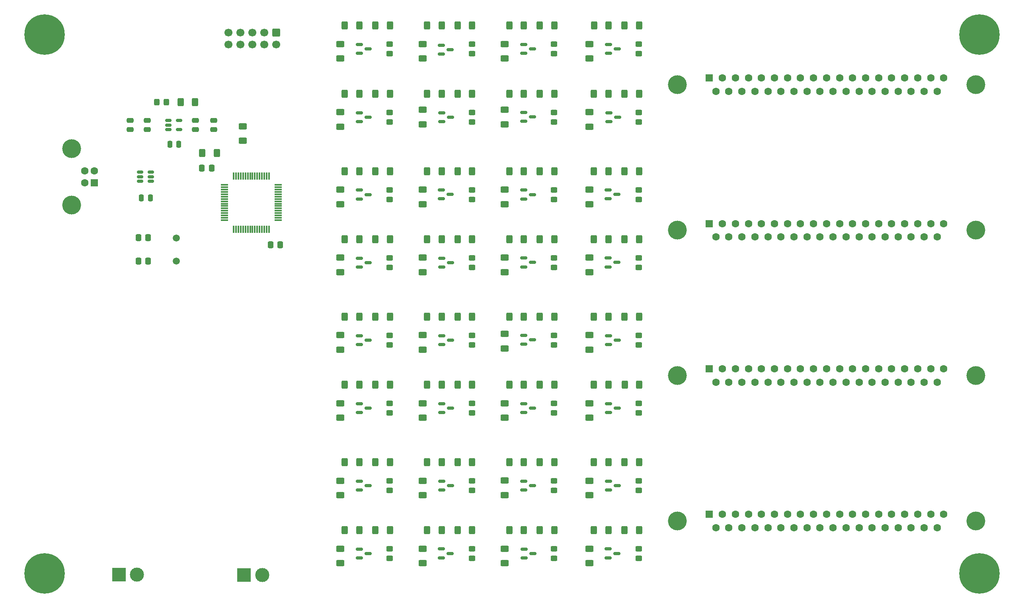
<source format=gbr>
G04 #@! TF.GenerationSoftware,KiCad,Pcbnew,8.0.1*
G04 #@! TF.CreationDate,2024-05-09T21:01:05+03:00*
G04 #@! TF.ProjectId,sensor_current_stand,73656e73-6f72-45f6-9375-7272656e745f,rev?*
G04 #@! TF.SameCoordinates,Original*
G04 #@! TF.FileFunction,Soldermask,Top*
G04 #@! TF.FilePolarity,Negative*
%FSLAX46Y46*%
G04 Gerber Fmt 4.6, Leading zero omitted, Abs format (unit mm)*
G04 Created by KiCad (PCBNEW 8.0.1) date 2024-05-09 21:01:05*
%MOMM*%
%LPD*%
G01*
G04 APERTURE LIST*
G04 Aperture macros list*
%AMRoundRect*
0 Rectangle with rounded corners*
0 $1 Rounding radius*
0 $2 $3 $4 $5 $6 $7 $8 $9 X,Y pos of 4 corners*
0 Add a 4 corners polygon primitive as box body*
4,1,4,$2,$3,$4,$5,$6,$7,$8,$9,$2,$3,0*
0 Add four circle primitives for the rounded corners*
1,1,$1+$1,$2,$3*
1,1,$1+$1,$4,$5*
1,1,$1+$1,$6,$7*
1,1,$1+$1,$8,$9*
0 Add four rect primitives between the rounded corners*
20,1,$1+$1,$2,$3,$4,$5,0*
20,1,$1+$1,$4,$5,$6,$7,0*
20,1,$1+$1,$6,$7,$8,$9,0*
20,1,$1+$1,$8,$9,$2,$3,0*%
G04 Aperture macros list end*
%ADD10RoundRect,0.250000X0.450000X-0.325000X0.450000X0.325000X-0.450000X0.325000X-0.450000X-0.325000X0*%
%ADD11RoundRect,0.250000X0.400000X0.625000X-0.400000X0.625000X-0.400000X-0.625000X0.400000X-0.625000X0*%
%ADD12RoundRect,0.250000X-0.625000X0.400000X-0.625000X-0.400000X0.625000X-0.400000X0.625000X0.400000X0*%
%ADD13C,4.000000*%
%ADD14R,1.600000X1.600000*%
%ADD15C,1.600000*%
%ADD16RoundRect,0.150000X-0.587500X-0.150000X0.587500X-0.150000X0.587500X0.150000X-0.587500X0.150000X0*%
%ADD17C,4.700000*%
%ADD18C,8.600000*%
%ADD19RoundRect,0.250000X0.250000X0.475000X-0.250000X0.475000X-0.250000X-0.475000X0.250000X-0.475000X0*%
%ADD20R,3.000000X3.000000*%
%ADD21C,3.000000*%
%ADD22RoundRect,0.250000X-0.475000X0.250000X-0.475000X-0.250000X0.475000X-0.250000X0.475000X0.250000X0*%
%ADD23RoundRect,0.250000X0.625000X-0.400000X0.625000X0.400000X-0.625000X0.400000X-0.625000X-0.400000X0*%
%ADD24RoundRect,0.075000X-0.075000X-0.700000X0.075000X-0.700000X0.075000X0.700000X-0.075000X0.700000X0*%
%ADD25RoundRect,0.075000X-0.700000X-0.075000X0.700000X-0.075000X0.700000X0.075000X-0.700000X0.075000X0*%
%ADD26RoundRect,0.250000X-0.600000X0.600000X-0.600000X-0.600000X0.600000X-0.600000X0.600000X0.600000X0*%
%ADD27C,1.700000*%
%ADD28RoundRect,0.150000X-0.512500X-0.150000X0.512500X-0.150000X0.512500X0.150000X-0.512500X0.150000X0*%
%ADD29RoundRect,0.250000X-0.400000X-0.625000X0.400000X-0.625000X0.400000X0.625000X-0.400000X0.625000X0*%
%ADD30RoundRect,0.250000X-0.337500X-0.475000X0.337500X-0.475000X0.337500X0.475000X-0.337500X0.475000X0*%
%ADD31RoundRect,0.250000X0.337500X0.475000X-0.337500X0.475000X-0.337500X-0.475000X0.337500X-0.475000X0*%
%ADD32C,1.500000*%
%ADD33RoundRect,0.250000X-0.325000X-0.450000X0.325000X-0.450000X0.325000X0.450000X-0.325000X0.450000X0*%
G04 APERTURE END LIST*
D10*
X197500000Y-117050000D03*
X197500000Y-115000000D03*
D11*
X138050000Y-127500000D03*
X134950000Y-127500000D03*
D12*
X187000000Y-83950000D03*
X187000000Y-87050000D03*
D10*
X179500000Y-86050000D03*
X179500000Y-84000000D03*
D11*
X197550000Y-127500000D03*
X194450000Y-127500000D03*
X155550000Y-65500000D03*
X152450000Y-65500000D03*
X144550000Y-34475000D03*
X141450000Y-34475000D03*
D13*
X205700000Y-140050000D03*
X269200000Y-140050000D03*
D14*
X212520000Y-138630000D03*
D15*
X215290000Y-138630000D03*
X218060000Y-138630000D03*
X220830000Y-138630000D03*
X223600000Y-138630000D03*
X226370000Y-138630000D03*
X229140000Y-138630000D03*
X231910000Y-138630000D03*
X234680000Y-138630000D03*
X237450000Y-138630000D03*
X240220000Y-138630000D03*
X242990000Y-138630000D03*
X245760000Y-138630000D03*
X248530000Y-138630000D03*
X251300000Y-138630000D03*
X254070000Y-138630000D03*
X256840000Y-138630000D03*
X259610000Y-138630000D03*
X262380000Y-138630000D03*
X213905000Y-141470000D03*
X216675000Y-141470000D03*
X219445000Y-141470000D03*
X222215000Y-141470000D03*
X224985000Y-141470000D03*
X227755000Y-141470000D03*
X230525000Y-141470000D03*
X233295000Y-141470000D03*
X236065000Y-141470000D03*
X238835000Y-141470000D03*
X241605000Y-141470000D03*
X244375000Y-141470000D03*
X247145000Y-141470000D03*
X249915000Y-141470000D03*
X252685000Y-141470000D03*
X255455000Y-141470000D03*
X258225000Y-141470000D03*
X260995000Y-141470000D03*
D16*
X173062500Y-131550000D03*
X173062500Y-133450000D03*
X174937500Y-132500000D03*
D11*
X173050000Y-111000000D03*
X169950000Y-111000000D03*
X179550000Y-142000000D03*
X176450000Y-142000000D03*
X155550000Y-80000000D03*
X152450000Y-80000000D03*
D12*
X151500000Y-145950000D03*
X151500000Y-149050000D03*
D10*
X144500000Y-86025000D03*
X144500000Y-83975000D03*
D17*
X71100000Y-151200000D03*
D18*
X71100000Y-151200000D03*
D19*
X99630000Y-59787500D03*
X97730000Y-59787500D03*
D11*
X191050000Y-96500000D03*
X187950000Y-96500000D03*
X138050000Y-34475000D03*
X134950000Y-34475000D03*
D16*
X191000000Y-146000000D03*
X191000000Y-147900000D03*
X192875000Y-146950000D03*
X155562500Y-100550000D03*
X155562500Y-102450000D03*
X157437500Y-101500000D03*
D10*
X197500000Y-40500000D03*
X197500000Y-38450000D03*
X144500000Y-71525000D03*
X144500000Y-69475000D03*
D11*
X138050000Y-49000000D03*
X134950000Y-49000000D03*
D16*
X138062500Y-115050000D03*
X138062500Y-116950000D03*
X139937500Y-116000000D03*
X191062500Y-115050000D03*
X191062500Y-116950000D03*
X192937500Y-116000000D03*
D20*
X86892500Y-151450000D03*
D21*
X90772500Y-151450000D03*
D12*
X169000000Y-145950000D03*
X169000000Y-149050000D03*
D11*
X144550000Y-127500000D03*
X141450000Y-127500000D03*
D16*
X155500000Y-69500000D03*
X155500000Y-71400000D03*
X157375000Y-70450000D03*
X138062500Y-53050000D03*
X138062500Y-54950000D03*
X139937500Y-54000000D03*
D12*
X134000000Y-69450000D03*
X134000000Y-72550000D03*
D22*
X107080000Y-54737500D03*
X107080000Y-56637500D03*
D11*
X173050000Y-34475000D03*
X169950000Y-34475000D03*
D10*
X179500000Y-102525000D03*
X179500000Y-100475000D03*
X179500000Y-148025000D03*
X179500000Y-145975000D03*
D11*
X107750000Y-61600000D03*
X104650000Y-61600000D03*
X144550000Y-80000000D03*
X141450000Y-80000000D03*
D13*
X205700000Y-78100000D03*
X269200000Y-78100000D03*
D14*
X212520000Y-76680000D03*
D15*
X215290000Y-76680000D03*
X218060000Y-76680000D03*
X220830000Y-76680000D03*
X223600000Y-76680000D03*
X226370000Y-76680000D03*
X229140000Y-76680000D03*
X231910000Y-76680000D03*
X234680000Y-76680000D03*
X237450000Y-76680000D03*
X240220000Y-76680000D03*
X242990000Y-76680000D03*
X245760000Y-76680000D03*
X248530000Y-76680000D03*
X251300000Y-76680000D03*
X254070000Y-76680000D03*
X256840000Y-76680000D03*
X259610000Y-76680000D03*
X262380000Y-76680000D03*
X213905000Y-79520000D03*
X216675000Y-79520000D03*
X219445000Y-79520000D03*
X222215000Y-79520000D03*
X224985000Y-79520000D03*
X227755000Y-79520000D03*
X230525000Y-79520000D03*
X233295000Y-79520000D03*
X236065000Y-79520000D03*
X238835000Y-79520000D03*
X241605000Y-79520000D03*
X244375000Y-79520000D03*
X247145000Y-79520000D03*
X249915000Y-79520000D03*
X252685000Y-79520000D03*
X255455000Y-79520000D03*
X258225000Y-79520000D03*
X260995000Y-79520000D03*
D11*
X191050000Y-49000000D03*
X187950000Y-49000000D03*
D16*
X155562500Y-131550000D03*
X155562500Y-133450000D03*
X157437500Y-132500000D03*
D12*
X169000000Y-114950000D03*
X169000000Y-118050000D03*
D11*
X191100000Y-34475000D03*
X188000000Y-34475000D03*
D10*
X197500000Y-86025000D03*
X197500000Y-83975000D03*
D12*
X151500000Y-100450000D03*
X151500000Y-103550000D03*
D10*
X179500000Y-117025000D03*
X179500000Y-114975000D03*
D16*
X155532500Y-38700000D03*
X155532500Y-40600000D03*
X157407500Y-39650000D03*
D10*
X179500000Y-55025000D03*
X179500000Y-52975000D03*
D11*
X197550000Y-142000000D03*
X194450000Y-142000000D03*
D16*
X155562500Y-53050000D03*
X155562500Y-54950000D03*
X157437500Y-54000000D03*
D11*
X197550000Y-65500000D03*
X194450000Y-65500000D03*
D10*
X144475000Y-55025000D03*
X144475000Y-52975000D03*
D12*
X151500000Y-69450000D03*
X151500000Y-72550000D03*
X151500000Y-52450000D03*
X151500000Y-55550000D03*
D11*
X144550000Y-96500000D03*
X141450000Y-96500000D03*
X155550000Y-49000000D03*
X152450000Y-49000000D03*
X155550000Y-34475000D03*
X152450000Y-34475000D03*
X179550000Y-65500000D03*
X176450000Y-65500000D03*
D10*
X197500000Y-71525000D03*
X197500000Y-69475000D03*
X162000000Y-71525000D03*
X162000000Y-69475000D03*
D12*
X151500000Y-38425000D03*
X151500000Y-41525000D03*
D16*
X155500000Y-146000000D03*
X155500000Y-147900000D03*
X157375000Y-146950000D03*
D11*
X173050000Y-65500000D03*
X169950000Y-65500000D03*
D12*
X134000000Y-38425000D03*
X134000000Y-41525000D03*
D14*
X81687500Y-67950000D03*
D15*
X81687500Y-65450000D03*
X79687500Y-65450000D03*
X79687500Y-67950000D03*
D13*
X76827500Y-72700000D03*
X76827500Y-60700000D03*
D12*
X169000000Y-83950000D03*
X169000000Y-87050000D03*
D23*
X113300000Y-59050000D03*
X113300000Y-55950000D03*
D16*
X191000000Y-69500000D03*
X191000000Y-71400000D03*
X192875000Y-70450000D03*
D12*
X187000000Y-145950000D03*
X187000000Y-149050000D03*
D16*
X138062500Y-69550000D03*
X138062500Y-71450000D03*
X139937500Y-70500000D03*
D24*
X111330000Y-66512500D03*
X111830000Y-66512500D03*
X112330000Y-66512500D03*
X112830000Y-66512500D03*
X113330000Y-66512500D03*
X113830000Y-66512500D03*
X114330000Y-66512500D03*
X114830000Y-66512500D03*
X115330000Y-66512500D03*
X115830000Y-66512500D03*
X116330000Y-66512500D03*
X116830000Y-66512500D03*
X117330000Y-66512500D03*
X117830000Y-66512500D03*
X118330000Y-66512500D03*
X118830000Y-66512500D03*
D25*
X120755000Y-68437500D03*
X120755000Y-68937500D03*
X120755000Y-69437500D03*
X120755000Y-69937500D03*
X120755000Y-70437500D03*
X120755000Y-70937500D03*
X120755000Y-71437500D03*
X120755000Y-71937500D03*
X120755000Y-72437500D03*
X120755000Y-72937500D03*
X120755000Y-73437500D03*
X120755000Y-73937500D03*
X120755000Y-74437500D03*
X120755000Y-74937500D03*
X120755000Y-75437500D03*
X120755000Y-75937500D03*
D24*
X118830000Y-77862500D03*
X118330000Y-77862500D03*
X117830000Y-77862500D03*
X117330000Y-77862500D03*
X116830000Y-77862500D03*
X116330000Y-77862500D03*
X115830000Y-77862500D03*
X115330000Y-77862500D03*
X114830000Y-77862500D03*
X114330000Y-77862500D03*
X113830000Y-77862500D03*
X113330000Y-77862500D03*
X112830000Y-77862500D03*
X112330000Y-77862500D03*
X111830000Y-77862500D03*
X111330000Y-77862500D03*
D25*
X109405000Y-75937500D03*
X109405000Y-75437500D03*
X109405000Y-74937500D03*
X109405000Y-74437500D03*
X109405000Y-73937500D03*
X109405000Y-73437500D03*
X109405000Y-72937500D03*
X109405000Y-72437500D03*
X109405000Y-71937500D03*
X109405000Y-71437500D03*
X109405000Y-70937500D03*
X109405000Y-70437500D03*
X109405000Y-69937500D03*
X109405000Y-69437500D03*
X109405000Y-68937500D03*
X109405000Y-68437500D03*
D11*
X173050000Y-49000000D03*
X169950000Y-49000000D03*
X197550000Y-96500000D03*
X194450000Y-96500000D03*
D10*
X162000000Y-86050000D03*
X162000000Y-84000000D03*
D12*
X151500000Y-114950000D03*
X151500000Y-118050000D03*
D11*
X179550000Y-127500000D03*
X176450000Y-127500000D03*
D10*
X179500000Y-71525000D03*
X179500000Y-69475000D03*
D13*
X205700000Y-109050000D03*
X269200000Y-109050000D03*
D14*
X212520000Y-107630000D03*
D15*
X215290000Y-107630000D03*
X218060000Y-107630000D03*
X220830000Y-107630000D03*
X223600000Y-107630000D03*
X226370000Y-107630000D03*
X229140000Y-107630000D03*
X231910000Y-107630000D03*
X234680000Y-107630000D03*
X237450000Y-107630000D03*
X240220000Y-107630000D03*
X242990000Y-107630000D03*
X245760000Y-107630000D03*
X248530000Y-107630000D03*
X251300000Y-107630000D03*
X254070000Y-107630000D03*
X256840000Y-107630000D03*
X259610000Y-107630000D03*
X262380000Y-107630000D03*
X213905000Y-110470000D03*
X216675000Y-110470000D03*
X219445000Y-110470000D03*
X222215000Y-110470000D03*
X224985000Y-110470000D03*
X227755000Y-110470000D03*
X230525000Y-110470000D03*
X233295000Y-110470000D03*
X236065000Y-110470000D03*
X238835000Y-110470000D03*
X241605000Y-110470000D03*
X244375000Y-110470000D03*
X247145000Y-110470000D03*
X249915000Y-110470000D03*
X252685000Y-110470000D03*
X255455000Y-110470000D03*
X258225000Y-110470000D03*
X260995000Y-110470000D03*
D12*
X169000000Y-131400000D03*
X169000000Y-134500000D03*
D10*
X162000000Y-40500000D03*
X162000000Y-38450000D03*
D11*
X155550000Y-96500000D03*
X152450000Y-96500000D03*
D12*
X187000000Y-131450000D03*
X187000000Y-134550000D03*
D16*
X191000000Y-84000000D03*
X191000000Y-85900000D03*
X192875000Y-84950000D03*
D10*
X144500000Y-133525000D03*
X144500000Y-131475000D03*
D11*
X173050000Y-96500000D03*
X169950000Y-96500000D03*
D16*
X191062500Y-38525000D03*
X191062500Y-40425000D03*
X192937500Y-39475000D03*
D10*
X197500000Y-133525000D03*
X197500000Y-131475000D03*
D11*
X138050000Y-142000000D03*
X134950000Y-142000000D03*
X191050000Y-65500000D03*
X187950000Y-65500000D03*
X179550000Y-80000000D03*
X176450000Y-80000000D03*
D10*
X144500000Y-40500000D03*
X144500000Y-38450000D03*
D11*
X144550000Y-142000000D03*
X141450000Y-142000000D03*
D12*
X134000000Y-145950000D03*
X134000000Y-149050000D03*
D20*
X113492500Y-151550000D03*
D21*
X117372500Y-151550000D03*
D11*
X179550000Y-111000000D03*
X176450000Y-111000000D03*
D10*
X162000000Y-102550000D03*
X162000000Y-100500000D03*
D12*
X151500000Y-131450000D03*
X151500000Y-134550000D03*
D16*
X138062500Y-84050000D03*
X138062500Y-85950000D03*
X139937500Y-85000000D03*
D12*
X151500000Y-83950000D03*
X151500000Y-87050000D03*
D11*
X179550000Y-96500000D03*
X176450000Y-96500000D03*
D12*
X134000000Y-83950000D03*
X134000000Y-87050000D03*
D11*
X191050000Y-127500000D03*
X187950000Y-127500000D03*
D19*
X93580000Y-71187500D03*
X91680000Y-71187500D03*
D12*
X169000000Y-100160000D03*
X169000000Y-103260000D03*
D11*
X155550000Y-127500000D03*
X152450000Y-127500000D03*
D26*
X120380000Y-35947500D03*
D27*
X120380000Y-38487500D03*
X117840000Y-35947500D03*
X117840000Y-38487500D03*
X115300000Y-35947500D03*
X115300000Y-38487500D03*
X112760000Y-35947500D03*
X112760000Y-38487500D03*
X110220000Y-35947500D03*
X110220000Y-38487500D03*
D11*
X173050000Y-142000000D03*
X169950000Y-142000000D03*
D10*
X162000000Y-117025000D03*
X162000000Y-114975000D03*
D16*
X173062500Y-115050000D03*
X173062500Y-116950000D03*
X174937500Y-116000000D03*
D12*
X169000000Y-52450000D03*
X169000000Y-55550000D03*
D16*
X173000000Y-100500000D03*
X173000000Y-102400000D03*
X174875000Y-101450000D03*
D11*
X197550000Y-80000000D03*
X194450000Y-80000000D03*
X144550000Y-65500000D03*
X141450000Y-65500000D03*
D17*
X71100000Y-36400000D03*
D18*
X71100000Y-36400000D03*
D16*
X173000000Y-53000000D03*
X173000000Y-54900000D03*
X174875000Y-53950000D03*
D10*
X179500000Y-133525000D03*
X179500000Y-131475000D03*
D12*
X134000000Y-100450000D03*
X134000000Y-103550000D03*
D11*
X138050000Y-65500000D03*
X134950000Y-65500000D03*
X162050000Y-34475000D03*
X158950000Y-34475000D03*
X173050000Y-127500000D03*
X169950000Y-127500000D03*
X138050000Y-96500000D03*
X134950000Y-96500000D03*
D16*
X138062500Y-38525000D03*
X138062500Y-40425000D03*
X139937500Y-39475000D03*
D11*
X191050000Y-111000000D03*
X187950000Y-111000000D03*
D16*
X173062500Y-69550000D03*
X173062500Y-71450000D03*
X174937500Y-70500000D03*
D12*
X169000000Y-69450000D03*
X169000000Y-72550000D03*
D17*
X270000000Y-36400000D03*
D18*
X270000000Y-36400000D03*
D12*
X134000000Y-114950000D03*
X134000000Y-118050000D03*
D28*
X97442500Y-54737500D03*
X97442500Y-55687500D03*
X97442500Y-56637500D03*
X99717500Y-56637500D03*
X99717500Y-54737500D03*
D10*
X197500000Y-55025000D03*
X197500000Y-52975000D03*
X162000000Y-133550000D03*
X162000000Y-131500000D03*
X197500000Y-102525000D03*
X197500000Y-100475000D03*
D11*
X197600000Y-111000000D03*
X194500000Y-111000000D03*
D16*
X191062500Y-131550000D03*
X191062500Y-133450000D03*
X192937500Y-132500000D03*
D11*
X191050000Y-80000000D03*
X187950000Y-80000000D03*
X162050000Y-49000000D03*
X158950000Y-49000000D03*
D12*
X187000000Y-114950000D03*
X187000000Y-118050000D03*
D16*
X173062500Y-38525000D03*
X173062500Y-40425000D03*
X174937500Y-39475000D03*
D10*
X144500000Y-117050000D03*
X144500000Y-115000000D03*
D12*
X134000000Y-52950000D03*
X134000000Y-56050000D03*
D11*
X162050000Y-96500000D03*
X158950000Y-96500000D03*
X197550000Y-49000000D03*
X194450000Y-49000000D03*
X179550000Y-34475000D03*
X176450000Y-34475000D03*
X179550000Y-49000000D03*
X176450000Y-49000000D03*
D10*
X144500000Y-102525000D03*
X144500000Y-100475000D03*
D12*
X169000000Y-38425000D03*
X169000000Y-41525000D03*
D11*
X162050000Y-111000000D03*
X158950000Y-111000000D03*
D12*
X187000000Y-38425000D03*
X187000000Y-41525000D03*
D16*
X155562500Y-84050000D03*
X155562500Y-85950000D03*
X157437500Y-85000000D03*
D12*
X134000000Y-131450000D03*
X134000000Y-134550000D03*
D29*
X100030000Y-50787500D03*
X103130000Y-50787500D03*
D12*
X187000000Y-69450000D03*
X187000000Y-72550000D03*
D22*
X89280000Y-54737500D03*
X89280000Y-56637500D03*
D16*
X173125000Y-146050000D03*
X173125000Y-147950000D03*
X175000000Y-147000000D03*
X173000000Y-84000000D03*
X173000000Y-85900000D03*
X174875000Y-84950000D03*
D30*
X91042500Y-79687500D03*
X93117500Y-79687500D03*
D16*
X191125000Y-53050000D03*
X191125000Y-54950000D03*
X193000000Y-54000000D03*
D11*
X162050000Y-80000000D03*
X158950000Y-80000000D03*
D10*
X197500000Y-148025000D03*
X197500000Y-145975000D03*
D16*
X138062500Y-146050000D03*
X138062500Y-147950000D03*
X139937500Y-147000000D03*
D31*
X121237500Y-81200000D03*
X119162500Y-81200000D03*
D28*
X91442500Y-65737500D03*
X91442500Y-66687500D03*
X91442500Y-67637500D03*
X93717500Y-67637500D03*
X93717500Y-66687500D03*
X93717500Y-65737500D03*
D11*
X191050000Y-142000000D03*
X187950000Y-142000000D03*
D16*
X138062500Y-131550000D03*
X138062500Y-133450000D03*
X139937500Y-132500000D03*
X191062500Y-100550000D03*
X191062500Y-102450000D03*
X192937500Y-101500000D03*
D17*
X270000000Y-151200000D03*
D18*
X270000000Y-151200000D03*
D12*
X187000000Y-52950000D03*
X187000000Y-56050000D03*
D10*
X162000000Y-55025000D03*
X162000000Y-52975000D03*
D22*
X103180000Y-54737500D03*
X103180000Y-56637500D03*
D11*
X144550000Y-49000000D03*
X141450000Y-49000000D03*
D31*
X106637500Y-64900000D03*
X104562500Y-64900000D03*
D11*
X155550000Y-111000000D03*
X152450000Y-111000000D03*
D10*
X144500000Y-148025000D03*
X144500000Y-145975000D03*
D22*
X92980000Y-54737500D03*
X92980000Y-56637500D03*
D12*
X187000000Y-100450000D03*
X187000000Y-103550000D03*
D10*
X162000000Y-148025000D03*
X162000000Y-145975000D03*
D32*
X99080000Y-84637500D03*
X99080000Y-79757500D03*
D16*
X155562500Y-115050000D03*
X155562500Y-116950000D03*
X157437500Y-116000000D03*
D11*
X162050000Y-65500000D03*
X158950000Y-65500000D03*
D13*
X205700000Y-47080000D03*
X269200000Y-47080000D03*
D14*
X212520000Y-45660000D03*
D15*
X215290000Y-45660000D03*
X218060000Y-45660000D03*
X220830000Y-45660000D03*
X223600000Y-45660000D03*
X226370000Y-45660000D03*
X229140000Y-45660000D03*
X231910000Y-45660000D03*
X234680000Y-45660000D03*
X237450000Y-45660000D03*
X240220000Y-45660000D03*
X242990000Y-45660000D03*
X245760000Y-45660000D03*
X248530000Y-45660000D03*
X251300000Y-45660000D03*
X254070000Y-45660000D03*
X256840000Y-45660000D03*
X259610000Y-45660000D03*
X262380000Y-45660000D03*
X213905000Y-48500000D03*
X216675000Y-48500000D03*
X219445000Y-48500000D03*
X222215000Y-48500000D03*
X224985000Y-48500000D03*
X227755000Y-48500000D03*
X230525000Y-48500000D03*
X233295000Y-48500000D03*
X236065000Y-48500000D03*
X238835000Y-48500000D03*
X241605000Y-48500000D03*
X244375000Y-48500000D03*
X247145000Y-48500000D03*
X249915000Y-48500000D03*
X252685000Y-48500000D03*
X255455000Y-48500000D03*
X258225000Y-48500000D03*
X260995000Y-48500000D03*
D11*
X162050000Y-142000000D03*
X158950000Y-142000000D03*
D30*
X91042500Y-84687500D03*
X93117500Y-84687500D03*
D11*
X155550000Y-142000000D03*
X152450000Y-142000000D03*
D16*
X138062500Y-100550000D03*
X138062500Y-102450000D03*
X139937500Y-101500000D03*
D10*
X179500000Y-40500000D03*
X179500000Y-38450000D03*
D11*
X173050000Y-80000000D03*
X169950000Y-80000000D03*
X138050000Y-111000000D03*
X134950000Y-111000000D03*
X144550000Y-111000000D03*
X141450000Y-111000000D03*
X138050000Y-80000000D03*
X134950000Y-80000000D03*
X162050000Y-127500000D03*
X158950000Y-127500000D03*
D33*
X94955000Y-50787500D03*
X97005000Y-50787500D03*
D11*
X197550000Y-34475000D03*
X194450000Y-34475000D03*
M02*

</source>
